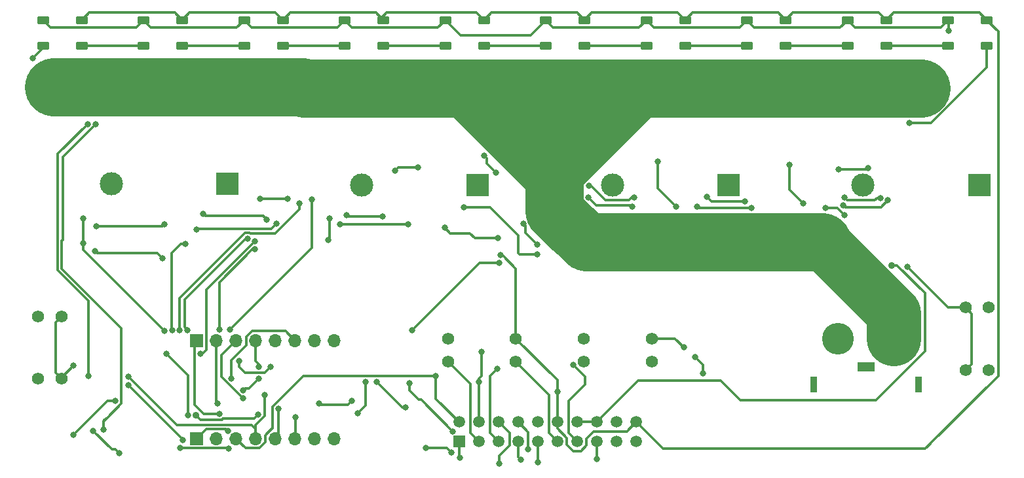
<source format=gbr>
%TF.GenerationSoftware,KiCad,Pcbnew,8.0.3*%
%TF.CreationDate,2025-06-04T14:18:53-07:00*%
%TF.ProjectId,Power_Distribution,506f7765-725f-4446-9973-747269627574,rev?*%
%TF.SameCoordinates,Original*%
%TF.FileFunction,Copper,L2,Bot*%
%TF.FilePolarity,Positive*%
%FSLAX46Y46*%
G04 Gerber Fmt 4.6, Leading zero omitted, Abs format (unit mm)*
G04 Created by KiCad (PCBNEW 8.0.3) date 2025-06-04 14:18:53*
%MOMM*%
%LPD*%
G01*
G04 APERTURE LIST*
G04 Aperture macros list*
%AMRoundRect*
0 Rectangle with rounded corners*
0 $1 Rounding radius*
0 $2 $3 $4 $5 $6 $7 $8 $9 X,Y pos of 4 corners*
0 Add a 4 corners polygon primitive as box body*
4,1,4,$2,$3,$4,$5,$6,$7,$8,$9,$2,$3,0*
0 Add four circle primitives for the rounded corners*
1,1,$1+$1,$2,$3*
1,1,$1+$1,$4,$5*
1,1,$1+$1,$6,$7*
1,1,$1+$1,$8,$9*
0 Add four rect primitives between the rounded corners*
20,1,$1+$1,$2,$3,$4,$5,0*
20,1,$1+$1,$4,$5,$6,$7,0*
20,1,$1+$1,$6,$7,$8,$9,0*
20,1,$1+$1,$8,$9,$2,$3,0*%
G04 Aperture macros list end*
%TA.AperFunction,ComponentPad*%
%ADD10R,0.900000X2.000000*%
%TD*%
%TA.AperFunction,ComponentPad*%
%ADD11RoundRect,1.025000X1.025000X1.025000X-1.025000X1.025000X-1.025000X-1.025000X1.025000X-1.025000X0*%
%TD*%
%TA.AperFunction,ComponentPad*%
%ADD12C,4.100000*%
%TD*%
%TA.AperFunction,ComponentPad*%
%ADD13R,2.300000X1.300000*%
%TD*%
%TA.AperFunction,ComponentPad*%
%ADD14R,3.000000X3.000000*%
%TD*%
%TA.AperFunction,ComponentPad*%
%ADD15C,3.000000*%
%TD*%
%TA.AperFunction,ComponentPad*%
%ADD16R,1.508000X1.508000*%
%TD*%
%TA.AperFunction,ComponentPad*%
%ADD17C,1.508000*%
%TD*%
%TA.AperFunction,ComponentPad*%
%ADD18C,1.574800*%
%TD*%
%TA.AperFunction,ComponentPad*%
%ADD19R,1.700000X1.700000*%
%TD*%
%TA.AperFunction,ComponentPad*%
%ADD20O,1.700000X1.700000*%
%TD*%
%TA.AperFunction,SMDPad,CuDef*%
%ADD21RoundRect,0.250000X0.550000X0.250000X-0.550000X0.250000X-0.550000X-0.250000X0.550000X-0.250000X0*%
%TD*%
%TA.AperFunction,ViaPad*%
%ADD22C,0.800000*%
%TD*%
%TA.AperFunction,ViaPad*%
%ADD23C,0.900000*%
%TD*%
%TA.AperFunction,Conductor*%
%ADD24C,0.304800*%
%TD*%
%TA.AperFunction,Conductor*%
%ADD25C,7.500000*%
%TD*%
%TA.AperFunction,Conductor*%
%ADD26C,7.000000*%
%TD*%
G04 APERTURE END LIST*
D10*
%TO.P,J4,*%
%TO.N,*%
X198520000Y-101380000D03*
X185020000Y-101380000D03*
D11*
%TO.P,J4,1,Pin_1*%
%TO.N,-BATT*%
X195370000Y-95380000D03*
D12*
%TO.P,J4,2,Pin_2*%
%TO.N,+BATT*%
X188170000Y-95380000D03*
D13*
%TO.P,J4,3*%
%TO.N,N/C*%
X191770000Y-99030000D03*
%TD*%
D14*
%TO.P,J6,1,1*%
%TO.N,PWR1*%
X206396000Y-75492000D03*
D15*
%TO.P,J6,2,2*%
%TO.N,-BATT*%
X198896000Y-62992000D03*
%TO.P,J6,3,3*%
%TO.N,PWR2*%
X191396000Y-75492000D03*
%TO.P,J6,4,4*%
%TO.N,-BATT*%
X183896000Y-62992000D03*
%TD*%
D16*
%TO.P,J18,1,1*%
%TO.N,PWM0*%
X139190000Y-108750000D03*
D17*
%TO.P,J18,2,2*%
%TO.N,SCL*%
X139190000Y-106210000D03*
%TO.P,J18,3,3*%
%TO.N,PWM1*%
X141730000Y-108750000D03*
%TO.P,J18,4,4*%
%TO.N,SDA*%
X141730000Y-106210000D03*
%TO.P,J18,5,5*%
%TO.N,PWM2*%
X144270000Y-108750000D03*
%TO.P,J18,6,6*%
%TO.N,toNEO_CTRL_MOOD*%
X144270000Y-106210000D03*
%TO.P,J18,7,7*%
%TO.N,PWM3*%
X146810000Y-108750000D03*
%TO.P,J18,8,8*%
%TO.N,outNEO_CTRL_MOOD*%
X146810000Y-106210000D03*
%TO.P,J18,9,9*%
%TO.N,PWM4*%
X149350000Y-108750000D03*
%TO.P,J18,10,10*%
%TO.N,unconnected-(J18-Pad10)*%
X149350000Y-106210000D03*
%TO.P,J18,11,11*%
%TO.N,PWM5*%
X151890000Y-108750000D03*
%TO.P,J18,12,12*%
%TO.N,GND*%
X151890000Y-106210000D03*
%TO.P,J18,13,13*%
%TO.N,PWM6*%
X154430000Y-108750000D03*
%TO.P,J18,14,14*%
%TO.N,5V*%
X154430000Y-106210000D03*
%TO.P,J18,15,15*%
%TO.N,PWM7*%
X156970000Y-108750000D03*
%TO.P,J18,16,16*%
%TO.N,5V*%
X156970000Y-106210000D03*
%TO.P,J18,17,17*%
%TO.N,unconnected-(J18-Pad17)*%
X159510000Y-108750000D03*
%TO.P,J18,18,18*%
%TO.N,+3.3V*%
X159510000Y-106210000D03*
%TO.P,J18,19,19*%
%TO.N,unconnected-(J18-Pad19)*%
X162050000Y-108750000D03*
%TO.P,J18,20,20*%
%TO.N,GND*%
X162050000Y-106210000D03*
%TD*%
D18*
%TO.P,J15,1,1*%
%TO.N,PWM6*%
X164060000Y-98389999D03*
%TO.P,J15,2,2*%
%TO.N,GND*%
X164060000Y-95390000D03*
%TD*%
%TO.P,J10,1,1*%
%TO.N,PWM0*%
X84800000Y-92550000D03*
%TO.P,J10,2,2*%
%TO.N,GND*%
X87799999Y-92550000D03*
%TD*%
D14*
%TO.P,J2,1,1*%
%TO.N,PWR5*%
X141612000Y-75492000D03*
D15*
%TO.P,J2,2,2*%
%TO.N,-BATT*%
X134112000Y-62992000D03*
%TO.P,J2,3,3*%
%TO.N,PWR6*%
X126612000Y-75492000D03*
%TO.P,J2,4,4*%
%TO.N,-BATT*%
X119112000Y-62992000D03*
%TD*%
D18*
%TO.P,J17,1,1*%
%TO.N,PWM7*%
X207619999Y-91380000D03*
%TO.P,J17,2,2*%
%TO.N,GND*%
X204620000Y-91380000D03*
%TD*%
%TO.P,J16,1,1*%
%TO.N,PWM3*%
X207619999Y-99510000D03*
%TO.P,J16,2,2*%
%TO.N,GND*%
X204620000Y-99510000D03*
%TD*%
D19*
%TO.P,J9,1,Pin_1*%
%TO.N,VIout8Div*%
X105290000Y-95632000D03*
D20*
%TO.P,J9,2,Pin_2*%
%TO.N,VIout7Div*%
X107830000Y-95632000D03*
%TO.P,J9,3,Pin_3*%
%TO.N,VIout6Div*%
X110370000Y-95632000D03*
%TO.P,J9,4,Pin_4*%
%TO.N,VIout5Div*%
X112910000Y-95632000D03*
%TO.P,J9,5,Pin_5*%
%TO.N,VIout4Div*%
X115450000Y-95632000D03*
%TO.P,J9,6,Pin_6*%
%TO.N,VIout3Div*%
X117990000Y-95632000D03*
%TO.P,J9,7,Pin_7*%
%TO.N,VIout2Div*%
X120530000Y-95632000D03*
%TO.P,J9,8,Pin_8*%
%TO.N,VIout1Div*%
X123070000Y-95632000D03*
%TD*%
D18*
%TO.P,J14,1,1*%
%TO.N,PWM2*%
X155284400Y-98399999D03*
%TO.P,J14,2,2*%
%TO.N,GND*%
X155284400Y-95400000D03*
%TD*%
D14*
%TO.P,J1,1,1*%
%TO.N,PWR3*%
X173985600Y-75492000D03*
D15*
%TO.P,J1,2,2*%
%TO.N,-BATT*%
X166485600Y-62992000D03*
%TO.P,J1,3,3*%
%TO.N,PWR4*%
X158985600Y-75492000D03*
%TO.P,J1,4,4*%
%TO.N,-BATT*%
X151485600Y-62992000D03*
%TD*%
D18*
%TO.P,J11,1,1*%
%TO.N,PWM4*%
X84800000Y-100590000D03*
%TO.P,J11,2,2*%
%TO.N,GND*%
X87799999Y-100590000D03*
%TD*%
%TO.P,J13,1,1*%
%TO.N,PWM5*%
X146508800Y-98399999D03*
%TO.P,J13,2,2*%
%TO.N,GND*%
X146508800Y-95400000D03*
%TD*%
%TO.P,J12,1,1*%
%TO.N,PWM1*%
X137733200Y-98399999D03*
%TO.P,J12,2,2*%
%TO.N,GND*%
X137733200Y-95400000D03*
%TD*%
D14*
%TO.P,J7,1,1*%
%TO.N,PWR7*%
X109252400Y-75339600D03*
D15*
%TO.P,J7,2,2*%
%TO.N,-BATT*%
X101752400Y-62839600D03*
%TO.P,J7,3,3*%
%TO.N,PWR8*%
X94252400Y-75339600D03*
%TO.P,J7,4,4*%
%TO.N,-BATT*%
X86752400Y-62839600D03*
%TD*%
D19*
%TO.P,J3,1,Pin_1*%
%TO.N,Net-(J3-Pin_1)*%
X105290000Y-108332000D03*
D20*
%TO.P,J3,2,Pin_2*%
%TO.N,GND*%
X107830000Y-108332000D03*
%TO.P,J3,3,Pin_3*%
%TO.N,SCL*%
X110370000Y-108332000D03*
%TO.P,J3,4,Pin_4*%
%TO.N,SDA*%
X112910000Y-108332000D03*
%TO.P,J3,5,Pin_5*%
%TO.N,REF*%
X115450000Y-108332000D03*
%TO.P,J3,6,Pin_6*%
%TO.N,COM*%
X117990000Y-108332000D03*
%TO.P,J3,7,Pin_7*%
%TO.N,AD0*%
X120530000Y-108332000D03*
%TO.P,J3,8,Pin_8*%
%TO.N,AD1*%
X123070000Y-108332000D03*
%TD*%
D21*
%TO.P,LED8,1,VSS*%
%TO.N,GND*%
X142391112Y-54150000D03*
%TO.P,LED8,2,DIN*%
%TO.N,Net-(LED7-DOUT)*%
X142391112Y-57450000D03*
%TO.P,LED8,3,VDD*%
%TO.N,5V*%
X137391112Y-54150000D03*
%TO.P,LED8,4,DOUT*%
%TO.N,NEO_PASS2*%
X137391112Y-57450000D03*
%TD*%
%TO.P,LED9,1,VSS*%
%TO.N,GND*%
X129394724Y-54150000D03*
%TO.P,LED9,2,DIN*%
%TO.N,NEO_PASS2*%
X129394724Y-57450000D03*
%TO.P,LED9,3,VDD*%
%TO.N,5V*%
X124394724Y-54150000D03*
%TO.P,LED9,4,DOUT*%
%TO.N,Net-(LED10-DIN)*%
X124394724Y-57450000D03*
%TD*%
%TO.P,LED3,1,VSS*%
%TO.N,GND*%
X207373052Y-54150000D03*
%TO.P,LED3,2,DIN*%
%TO.N,Net-(LED2-DOUT)*%
X207373052Y-57450000D03*
%TO.P,LED3,3,VDD*%
%TO.N,5V*%
X202373052Y-54150000D03*
%TO.P,LED3,4,DOUT*%
%TO.N,Net-(LED3-DOUT)*%
X202373052Y-57450000D03*
%TD*%
%TO.P,LED4,1,VSS*%
%TO.N,GND*%
X194376664Y-54150000D03*
%TO.P,LED4,2,DIN*%
%TO.N,Net-(LED3-DOUT)*%
X194376664Y-57450000D03*
%TO.P,LED4,3,VDD*%
%TO.N,5V*%
X189376664Y-54150000D03*
%TO.P,LED4,4,DOUT*%
%TO.N,NEO_PASS1*%
X189376664Y-57450000D03*
%TD*%
%TO.P,LED6,1,VSS*%
%TO.N,GND*%
X168383888Y-54150000D03*
%TO.P,LED6,2,DIN*%
%TO.N,Net-(LED5-DOUT)*%
X168383888Y-57450000D03*
%TO.P,LED6,3,VDD*%
%TO.N,5V*%
X163383888Y-54150000D03*
%TO.P,LED6,4,DOUT*%
%TO.N,Net-(LED6-DOUT)*%
X163383888Y-57450000D03*
%TD*%
%TO.P,LED5,1,VSS*%
%TO.N,GND*%
X181380276Y-54150000D03*
%TO.P,LED5,2,DIN*%
%TO.N,NEO_PASS1*%
X181380276Y-57450000D03*
%TO.P,LED5,3,VDD*%
%TO.N,5V*%
X176380276Y-54150000D03*
%TO.P,LED5,4,DOUT*%
%TO.N,Net-(LED5-DOUT)*%
X176380276Y-57450000D03*
%TD*%
%TO.P,LED11,1,VSS*%
%TO.N,GND*%
X103401948Y-54150000D03*
%TO.P,LED11,2,DIN*%
%TO.N,Net-(LED10-DOUT)*%
X103401948Y-57450000D03*
%TO.P,LED11,3,VDD*%
%TO.N,5V*%
X98401948Y-54150000D03*
%TO.P,LED11,4,DOUT*%
%TO.N,Net-(LED11-DOUT)*%
X98401948Y-57450000D03*
%TD*%
%TO.P,LED12,1,VSS*%
%TO.N,GND*%
X90405552Y-54150000D03*
%TO.P,LED12,2,DIN*%
%TO.N,Net-(LED11-DOUT)*%
X90405552Y-57450000D03*
%TO.P,LED12,3,VDD*%
%TO.N,5V*%
X85405552Y-54150000D03*
%TO.P,LED12,4,DOUT*%
%TO.N,outNEO_CTRL_MOOD*%
X85405552Y-57450000D03*
%TD*%
%TO.P,LED10,1,VSS*%
%TO.N,GND*%
X116398336Y-54150000D03*
%TO.P,LED10,2,DIN*%
%TO.N,Net-(LED10-DIN)*%
X116398336Y-57450000D03*
%TO.P,LED10,3,VDD*%
%TO.N,5V*%
X111398336Y-54150000D03*
%TO.P,LED10,4,DOUT*%
%TO.N,Net-(LED10-DOUT)*%
X111398336Y-57450000D03*
%TD*%
%TO.P,LED7,1,VSS*%
%TO.N,GND*%
X155387500Y-54150000D03*
%TO.P,LED7,2,DIN*%
%TO.N,Net-(LED6-DOUT)*%
X155387500Y-57450000D03*
%TO.P,LED7,3,VDD*%
%TO.N,5V*%
X150387500Y-54150000D03*
%TO.P,LED7,4,DOUT*%
%TO.N,Net-(LED7-DOUT)*%
X150387500Y-57450000D03*
%TD*%
D22*
%TO.N,GND*%
X169672000Y-97790000D03*
%TO.N,Net-(LED2-DOUT)*%
X93218000Y-107188000D03*
%TO.N,VIout8*%
X90594000Y-83058000D03*
%TO.N,GND*%
X197104000Y-86106000D03*
%TO.N,5V*%
X149248000Y-84521188D03*
%TO.N,VIout6*%
X122269010Y-82650398D03*
%TO.N,GND*%
X115570000Y-80518000D03*
%TO.N,VIout8Div*%
X108204000Y-105156000D03*
%TO.N,VIout4*%
X142420000Y-71734400D03*
%TO.N,VIout3*%
X112802043Y-83856538D03*
%TO.N,VIout5*%
X111822541Y-82457594D03*
%TO.N,VIout1Div*%
X110744000Y-98298000D03*
%TO.N,GND*%
X168230000Y-96520000D03*
X132588000Y-80619600D03*
X188804070Y-78145490D03*
X105218600Y-81276111D03*
X104143470Y-105305012D03*
X155873740Y-77121997D03*
X176977200Y-78497200D03*
X123802800Y-80578167D03*
X161515600Y-78296545D03*
X151890000Y-102280000D03*
X101070500Y-80568800D03*
X144510401Y-84557258D03*
X94780000Y-103480000D03*
X89360000Y-98900000D03*
X169954400Y-78328190D03*
X170720000Y-99917300D03*
X92334823Y-80830000D03*
X101356800Y-97372912D03*
X144160000Y-82390000D03*
X194606842Y-77481444D03*
X89300000Y-107880000D03*
X137305515Y-81039872D03*
%TO.N,5V*%
X138362100Y-107400567D03*
X114339633Y-80014633D03*
X129275000Y-79600000D03*
X95295964Y-110268000D03*
X161820000Y-77110000D03*
X91911132Y-107321132D03*
X106066146Y-79271341D03*
X188990365Y-77122626D03*
X193650000Y-77180000D03*
X139780000Y-78360000D03*
D23*
X195047404Y-85903266D03*
D22*
X155984400Y-75570034D03*
X171206565Y-77014831D03*
X202450000Y-55560000D03*
X92170000Y-84100000D03*
X132740000Y-101150000D03*
X100881000Y-85039200D03*
X124660000Y-79440000D03*
X176120000Y-77610000D03*
%TO.N,VIout1*%
X133110000Y-94310000D03*
X192010000Y-73360000D03*
X144360000Y-85560000D03*
X188210000Y-73460000D03*
%TO.N,VIout2*%
X186520000Y-78490000D03*
X120157362Y-77360464D03*
X183670000Y-77930000D03*
X133900000Y-73245600D03*
X181845027Y-72910896D03*
X130930000Y-73650400D03*
X189010000Y-79420000D03*
X109560000Y-94250000D03*
%TO.N,VIout3*%
X108190627Y-94227558D03*
X167250000Y-78350000D03*
X164820000Y-72434400D03*
%TO.N,VIout4*%
X147463873Y-80504331D03*
X105719818Y-97327406D03*
X112750000Y-82840000D03*
X143979431Y-73932400D03*
X149255905Y-83244957D03*
%TO.N,VIout5*%
X117017133Y-77337133D03*
X113430000Y-77310000D03*
X104087072Y-94282302D03*
%TO.N,VIout6*%
X103084871Y-94327124D03*
X118540262Y-77925262D03*
X122400000Y-79825000D03*
%TO.N,VIout7*%
X103772400Y-83108800D03*
X102081700Y-94335124D03*
%TO.N,VIout8*%
X90600000Y-79800000D03*
X101080000Y-94390000D03*
%TO.N,SDA*%
X114086672Y-102675600D03*
X96480000Y-100340000D03*
X141730000Y-101020000D03*
X142080000Y-97080000D03*
%TO.N,COM*%
X118040000Y-105550000D03*
%TO.N,SCL*%
X96460000Y-101450000D03*
X136168312Y-100238800D03*
X103490000Y-108550000D03*
%TO.N,REF*%
X115845600Y-104513697D03*
%TO.N,PWM0*%
X139302040Y-110860400D03*
%TO.N,PWM4*%
X149390000Y-111440000D03*
%TO.N,PWM2*%
X144141043Y-99288999D03*
%TO.N,PWM6*%
X153942684Y-98794420D03*
%TO.N,PWM3*%
X147175586Y-111077895D03*
%TO.N,PWM7*%
X156980000Y-110990000D03*
%TO.N,+3.3V*%
X121125000Y-103825000D03*
D23*
X105196568Y-105319860D03*
D22*
X113193017Y-105235075D03*
X132260000Y-104325600D03*
X128500000Y-101020000D03*
X125311800Y-103431704D03*
%TO.N,Net-(J3-Pin_1)*%
X127080000Y-101020000D03*
X126040000Y-105090000D03*
X109275223Y-107368800D03*
%TO.N,VIout5Div*%
X113284000Y-100584000D03*
X111278290Y-102081710D03*
X113284000Y-99060000D03*
%TO.N,Net-(LED2-DOUT)*%
X197333052Y-67490000D03*
X92220000Y-67650000D03*
%TO.N,VIout7Div*%
X107968302Y-103766000D03*
%TO.N,VIout6Div*%
X111252000Y-103124000D03*
%TO.N,VIout1Div*%
X114808000Y-99060000D03*
%TO.N,VIout3Div*%
X109762890Y-100566310D03*
%TO.N,outNEO_CTRL_MOOD*%
X91240000Y-100250000D03*
X109435287Y-109647819D03*
X91192473Y-67608947D03*
X103120000Y-109530000D03*
X134924400Y-109534400D03*
X148110000Y-109720000D03*
X138210000Y-110180000D03*
X84080000Y-59070000D03*
%TO.N,toNEO_CTRL_MOOD*%
X144357360Y-111577815D03*
%TD*%
D24*
%TO.N,Net-(J3-Pin_1)*%
X109275223Y-107368800D02*
X109036023Y-107129600D01*
X109036023Y-107129600D02*
X106492400Y-107129600D01*
X106492400Y-107129600D02*
X105290000Y-108332000D01*
%TO.N,VIout2*%
X120157362Y-83652638D02*
X120157362Y-77360464D01*
X109560000Y-94250000D02*
X120157362Y-83652638D01*
%TO.N,SCL*%
X115093200Y-104202042D02*
X119056442Y-100238800D01*
X119056442Y-100238800D02*
X136168312Y-100238800D01*
%TO.N,+3.3V*%
X112675692Y-105752400D02*
X113193017Y-105235075D01*
X108676180Y-105752400D02*
X112675692Y-105752400D01*
X105788308Y-105911600D02*
X108516980Y-105911600D01*
X105196568Y-105319860D02*
X105788308Y-105911600D01*
%TO.N,SDA*%
X114086672Y-105410000D02*
X114086672Y-102675600D01*
%TO.N,+3.3V*%
X108516980Y-105911600D02*
X108676180Y-105752400D01*
%TO.N,SDA*%
X112910000Y-108332000D02*
X112910000Y-106586672D01*
X112910000Y-106586672D02*
X114086672Y-105410000D01*
%TO.N,SCL*%
X113408051Y-109534400D02*
X114112400Y-108830051D01*
X115093200Y-106934000D02*
X115093200Y-104202042D01*
X114112400Y-108830051D02*
X114112400Y-107914800D01*
X114112400Y-107914800D02*
X115093200Y-106934000D01*
X115093200Y-106988349D02*
X114112400Y-107969149D01*
X113408051Y-109534400D02*
X111572400Y-109534400D01*
X111572400Y-109534400D02*
X110370000Y-108332000D01*
X115093200Y-104202042D02*
X115093200Y-106988349D01*
%TO.N,GND*%
X170123410Y-78497200D02*
X169954400Y-78328190D01*
X176977200Y-78497200D02*
X170123410Y-78497200D01*
X189038580Y-78380000D02*
X188804070Y-78145490D01*
X193708286Y-78380000D02*
X189038580Y-78380000D01*
%TO.N,VIout2*%
X189010000Y-79420000D02*
X188080000Y-78490000D01*
%TO.N,GND*%
X194606842Y-77481444D02*
X193708286Y-78380000D01*
%TO.N,VIout2*%
X188080000Y-78490000D02*
X186520000Y-78490000D01*
%TO.N,GND*%
X170720000Y-99917300D02*
X170720000Y-98838000D01*
X170720000Y-98838000D02*
X169672000Y-97790000D01*
%TO.N,Net-(LED2-DOUT)*%
X93695290Y-105633290D02*
X93218000Y-106110580D01*
X93695290Y-105633290D02*
X95555200Y-103773380D01*
X93376280Y-105952300D02*
X93695290Y-105633290D01*
X93218000Y-106110580D02*
X93218000Y-107188000D01*
%TO.N,VIout8*%
X90594000Y-83058000D02*
X90594000Y-81035200D01*
X90594000Y-83904000D02*
X90594000Y-83058000D01*
X101080000Y-94390000D02*
X90594000Y-83904000D01*
X90594000Y-81035200D02*
X90600000Y-81029200D01*
%TO.N,VIout4*%
X149255905Y-83244957D02*
X147750000Y-81739052D01*
D25*
%TO.N,-BATT*%
X151520540Y-78925152D02*
X154070585Y-81475197D01*
X151485600Y-78752908D02*
X151520540Y-78787848D01*
D24*
%TO.N,GND*%
X156905743Y-78154000D02*
X155873740Y-77121997D01*
%TO.N,VIout4*%
X147750000Y-80790458D02*
X147463873Y-80504331D01*
D25*
%TO.N,-BATT*%
X154070585Y-81475197D02*
X154207889Y-81475197D01*
X151520540Y-78787848D02*
X151520540Y-78925152D01*
D24*
%TO.N,GND*%
X161373055Y-78154000D02*
X156905743Y-78154000D01*
D25*
%TO.N,-BATT*%
X151485600Y-75284536D02*
X151485600Y-78752908D01*
D24*
%TO.N,GND*%
X161515600Y-78296545D02*
X161373055Y-78154000D01*
D25*
%TO.N,-BATT*%
X155612692Y-82880000D02*
X186102436Y-82880000D01*
D24*
%TO.N,VIout4*%
X147750000Y-81739052D02*
X147750000Y-80790458D01*
D25*
%TO.N,-BATT*%
X154207889Y-81475197D02*
X155612692Y-82880000D01*
D24*
%TO.N,GND*%
X202378000Y-91380000D02*
X204620000Y-91380000D01*
X197104000Y-86106000D02*
X202378000Y-91380000D01*
%TO.N,5V*%
X146812000Y-84328000D02*
X147005188Y-84521188D01*
X147005188Y-84521188D02*
X149248000Y-84521188D01*
X143163209Y-78360000D02*
X146812000Y-82008791D01*
X146812000Y-82008791D02*
X146812000Y-84328000D01*
%TO.N,VIout6*%
X122400000Y-79825000D02*
X122400000Y-82519408D01*
X122400000Y-82519408D02*
X122269010Y-82650398D01*
X115377377Y-81779203D02*
X118540262Y-78616318D01*
X112135521Y-81701994D02*
X112212730Y-81779203D01*
X112212730Y-81779203D02*
X115377377Y-81779203D01*
X111509561Y-81701994D02*
X112135521Y-81701994D01*
X118540262Y-78616318D02*
X118540262Y-77925262D01*
X103084871Y-90126684D02*
X111509561Y-81701994D01*
%TO.N,GND*%
X114865200Y-81222800D02*
X115570000Y-80518000D01*
%TO.N,VIout6*%
X103084871Y-94327124D02*
X103084871Y-90126684D01*
%TO.N,GND*%
X112390322Y-81222800D02*
X114865200Y-81222800D01*
%TO.N,outNEO_CTRL_MOOD*%
X87310800Y-86548592D02*
X87310800Y-71490620D01*
X91240000Y-90477792D02*
X87310800Y-86548592D01*
%TO.N,Net-(LED2-DOUT)*%
X87965200Y-82595420D02*
X87965200Y-71904800D01*
X95555200Y-103773380D02*
X95555200Y-94079096D01*
%TO.N,outNEO_CTRL_MOOD*%
X87310800Y-71490620D02*
X91192473Y-67608947D01*
X91240000Y-100250000D02*
X91240000Y-90477792D01*
%TO.N,Net-(LED2-DOUT)*%
X87815600Y-86339496D02*
X87815600Y-82745020D01*
X87965200Y-71904800D02*
X92220000Y-67650000D01*
X93279964Y-105952300D02*
X93376280Y-105952300D01*
X95555200Y-94079096D02*
X87815600Y-86339496D01*
X87815600Y-82745020D02*
X87965200Y-82595420D01*
%TO.N,5V*%
X91911132Y-107321132D02*
X94330000Y-109740000D01*
X94767964Y-109740000D02*
X95295964Y-110268000D01*
X94330000Y-109740000D02*
X94767964Y-109740000D01*
%TO.N,GND*%
X104184026Y-105264456D02*
X104143470Y-105305012D01*
%TO.N,VIout8Div*%
X108204000Y-105156000D02*
X106172000Y-105156000D01*
%TO.N,GND*%
X104184026Y-100200138D02*
X104184026Y-105264456D01*
X101356800Y-97372912D02*
X104184026Y-100200138D01*
%TO.N,VIout8Div*%
X106172000Y-105156000D02*
X104964218Y-103948218D01*
X104964218Y-103948218D02*
X104964218Y-95957782D01*
%TO.N,VIout3*%
X112447358Y-83856538D02*
X112802043Y-83856538D01*
%TO.N,GND*%
X112376719Y-81209197D02*
X112390322Y-81222800D01*
X112356619Y-81209197D02*
X112376719Y-81209197D01*
X105297517Y-81197194D02*
X112344617Y-81197194D01*
X105218600Y-81276111D02*
X105297517Y-81197194D01*
%TO.N,VIout5*%
X111608092Y-82457594D02*
X111822541Y-82457594D01*
%TO.N,GND*%
X112344617Y-81197194D02*
X112356619Y-81209197D01*
%TO.N,VIout5*%
X103740000Y-93935230D02*
X103740000Y-90325686D01*
%TO.N,VIout4*%
X106492400Y-96834400D02*
X106492400Y-89097600D01*
%TO.N,VIout2*%
X133900000Y-73245600D02*
X131334800Y-73245600D01*
%TO.N,VIout3*%
X164820000Y-75920000D02*
X164820000Y-72434400D01*
%TO.N,VIout2*%
X181850000Y-76110000D02*
X181850000Y-72915869D01*
X183670000Y-77930000D02*
X181850000Y-76110000D01*
X131334800Y-73245600D02*
X130930000Y-73650400D01*
%TO.N,VIout4*%
X142420000Y-71734400D02*
X142740000Y-72054400D01*
X112750000Y-82840000D02*
X106492400Y-89097600D01*
X142740000Y-72054400D02*
X142740000Y-72692969D01*
%TO.N,5V*%
X113850000Y-79525000D02*
X114339633Y-80014633D01*
%TO.N,VIout4*%
X142740000Y-72692969D02*
X143979431Y-73932400D01*
%TO.N,VIout3*%
X108190627Y-94227558D02*
X108190627Y-88113269D01*
X108190627Y-88113269D02*
X112447358Y-83856538D01*
%TO.N,VIout5*%
X113430000Y-77310000D02*
X116300000Y-77310000D01*
X116300000Y-77310000D02*
X116327133Y-77337133D01*
%TO.N,VIout4*%
X105999394Y-97327406D02*
X105719818Y-97327406D01*
%TO.N,VIout5*%
X116327133Y-77337133D02*
X117017133Y-77337133D01*
%TO.N,VIout3*%
X167250000Y-78350000D02*
X164820000Y-75920000D01*
%TO.N,5V*%
X106066146Y-79271341D02*
X106319805Y-79525000D01*
X106319805Y-79525000D02*
X113850000Y-79525000D01*
%TO.N,VIout2*%
X181850000Y-72915869D02*
X181845027Y-72910896D01*
%TO.N,VIout4*%
X106492400Y-96834400D02*
X105999394Y-97327406D01*
%TO.N,VIout3Div*%
X109762890Y-98210530D02*
X109762890Y-100566310D01*
X111707600Y-95133949D02*
X111707600Y-96265820D01*
X112411949Y-94429600D02*
X111707600Y-95133949D01*
X116787600Y-94429600D02*
X112411949Y-94429600D01*
X117990000Y-95632000D02*
X116787600Y-94429600D01*
%TO.N,VIout6Div*%
X108473102Y-100345102D02*
X108473102Y-97528898D01*
%TO.N,VIout5Div*%
X111506000Y-101854000D02*
X111278290Y-102081710D01*
%TO.N,VIout6Div*%
X111252000Y-103124000D02*
X108473102Y-100345102D01*
%TO.N,VIout5Div*%
X112014000Y-101854000D02*
X111506000Y-101854000D01*
%TO.N,VIout3Div*%
X111707600Y-96265820D02*
X109762890Y-98210530D01*
%TO.N,VIout5Div*%
X113284000Y-100584000D02*
X112014000Y-101854000D01*
%TO.N,VIout6Div*%
X108473102Y-97528898D02*
X110370000Y-95632000D01*
%TO.N,VIout7Div*%
X107968302Y-103766000D02*
X107830000Y-103627698D01*
X107830000Y-103627698D02*
X107830000Y-95632000D01*
%TO.N,VIout1Div*%
X114049200Y-99818800D02*
X111506000Y-99818800D01*
X110744000Y-98298000D02*
X110744000Y-99056800D01*
X110744000Y-99056800D02*
X111506000Y-99818800D01*
X114808000Y-99060000D02*
X114049200Y-99818800D01*
%TO.N,GND*%
X153098000Y-109148000D02*
X153098000Y-108249630D01*
X155638000Y-108373630D02*
X155638000Y-109250370D01*
X193422664Y-53196000D02*
X182334276Y-53196000D01*
X169337888Y-53196000D02*
X168383888Y-54150000D01*
X103401948Y-54150000D02*
X102447948Y-53196000D01*
X160842000Y-107418000D02*
X156593630Y-107418000D01*
X146508800Y-95400000D02*
X146508800Y-86346536D01*
X87012600Y-93337399D02*
X87012600Y-99802601D01*
X151890000Y-100781200D02*
X151890000Y-106210000D01*
X101070500Y-80568800D02*
X100809300Y-80830000D01*
X142391112Y-54150000D02*
X141437112Y-53196000D01*
X195330664Y-53196000D02*
X206419052Y-53196000D01*
X194376664Y-54150000D02*
X193422664Y-53196000D01*
X132588000Y-80619600D02*
X123844233Y-80619600D01*
X208880000Y-100220000D02*
X208880000Y-55656948D01*
X102447948Y-53196000D02*
X91359552Y-53196000D01*
X143345112Y-53196000D02*
X142391112Y-54150000D01*
X154433500Y-53196000D02*
X143345112Y-53196000D01*
X205407399Y-92167399D02*
X205407399Y-98722601D01*
X200286000Y-108814000D02*
X208880000Y-100220000D01*
X141437112Y-53196000D02*
X129794000Y-53196000D01*
X117352336Y-53196000D02*
X116398336Y-54150000D01*
X151890000Y-107041630D02*
X151890000Y-106210000D01*
X129794000Y-53196000D02*
X128840000Y-54150000D01*
X100809300Y-80830000D02*
X92334823Y-80830000D01*
X180426276Y-53196000D02*
X169337888Y-53196000D01*
X167100000Y-95390000D02*
X164060000Y-95390000D01*
X153098000Y-108249630D02*
X151890000Y-107041630D01*
X204620000Y-91380000D02*
X205407399Y-92167399D01*
X168383888Y-54150000D02*
X167429888Y-53196000D01*
X208880000Y-55656948D02*
X207373052Y-54150000D01*
X123844233Y-80619600D02*
X123802800Y-80578167D01*
X144655943Y-84702800D02*
X144510401Y-84557258D01*
X140580000Y-81750000D02*
X138015643Y-81750000D01*
X200286000Y-108814000D02*
X199631800Y-109468200D01*
X155387500Y-54150000D02*
X154433500Y-53196000D01*
X162050000Y-106210000D02*
X165500700Y-109660700D01*
X128440724Y-53196000D02*
X117352336Y-53196000D01*
X87799999Y-92550000D02*
X87012600Y-93337399D01*
X138015643Y-81750000D02*
X137305515Y-81039872D01*
X168230000Y-96520000D02*
X167100000Y-95390000D01*
X93700000Y-103480000D02*
X94780000Y-103480000D01*
X129394724Y-54150000D02*
X128440724Y-53196000D01*
X194376664Y-54150000D02*
X195330664Y-53196000D01*
X165500700Y-109660700D02*
X199439300Y-109660700D01*
X144865064Y-84702800D02*
X144655943Y-84702800D01*
X104355948Y-53196000D02*
X103401948Y-54150000D01*
X156593630Y-107418000D02*
X155638000Y-108373630D01*
X115444336Y-53196000D02*
X104355948Y-53196000D01*
X167429888Y-53196000D02*
X156341500Y-53196000D01*
X89300000Y-107880000D02*
X93700000Y-103480000D01*
X146508800Y-86346536D02*
X144865064Y-84702800D01*
X154930370Y-109958000D02*
X153908000Y-109958000D01*
X87799999Y-100460001D02*
X89360000Y-98900000D01*
X199439300Y-109660700D02*
X208880000Y-100220000D01*
X87012600Y-99802601D02*
X87799999Y-100590000D01*
X181380276Y-54150000D02*
X180426276Y-53196000D01*
X206419052Y-53196000D02*
X207373052Y-54150000D01*
X91359552Y-53196000D02*
X90405552Y-54150000D01*
X182334276Y-53196000D02*
X181380276Y-54150000D01*
X155638000Y-109250370D02*
X154930370Y-109958000D01*
X144160000Y-82390000D02*
X141220000Y-82390000D01*
X205407399Y-98722601D02*
X204620000Y-99510000D01*
X153908000Y-109958000D02*
X153098000Y-109148000D01*
X162050000Y-106210000D02*
X160842000Y-107418000D01*
X116398336Y-54150000D02*
X115444336Y-53196000D01*
X141220000Y-82390000D02*
X140580000Y-81750000D01*
X146508800Y-95400000D02*
X151890000Y-100781200D01*
X156341500Y-53196000D02*
X155387500Y-54150000D01*
%TO.N,5V*%
X139780000Y-78360000D02*
X143163209Y-78360000D01*
X133920000Y-103290000D02*
X134251533Y-103290000D01*
X172974000Y-100838000D02*
X175514000Y-103378000D01*
X162429888Y-55104000D02*
X151341500Y-55104000D01*
X189376664Y-54150000D02*
X188422664Y-55104000D01*
X92420000Y-84350000D02*
X100191800Y-84350000D01*
X177334276Y-55104000D02*
X176380276Y-54150000D01*
X199390000Y-89533260D02*
X195760006Y-85903266D01*
X193053603Y-103378000D02*
X199390000Y-97041603D01*
X100191800Y-84350000D02*
X100881000Y-85039200D01*
X92170000Y-84100000D02*
X92420000Y-84350000D01*
X193180000Y-77180000D02*
X192914000Y-77446000D01*
X161461197Y-77110000D02*
X161125197Y-77446000D01*
X156240034Y-75570034D02*
X155984400Y-75570034D01*
X162342000Y-100838000D02*
X172974000Y-100838000D01*
X86359552Y-55104000D02*
X85405552Y-54150000D01*
X158116000Y-77446000D02*
X156240034Y-75570034D01*
X176120000Y-77610000D02*
X171801734Y-77610000D01*
X189313739Y-77446000D02*
X188990365Y-77122626D01*
X192914000Y-77446000D02*
X189313739Y-77446000D01*
X201419052Y-55104000D02*
X190330664Y-55104000D01*
X190330664Y-55104000D02*
X189376664Y-54150000D01*
X98401948Y-54150000D02*
X97447948Y-55104000D01*
X111398336Y-54150000D02*
X110444336Y-55104000D01*
X202373052Y-54150000D02*
X201419052Y-55104000D01*
X125348724Y-55104000D02*
X124394724Y-54150000D01*
X97447948Y-55104000D02*
X86359552Y-55104000D01*
X129275000Y-79600000D02*
X124820000Y-79600000D01*
X195760006Y-85903266D02*
X195047404Y-85903266D01*
X112352336Y-55104000D02*
X111398336Y-54150000D01*
X148390300Y-56147200D02*
X139388312Y-56147200D01*
X124820000Y-79600000D02*
X124660000Y-79440000D01*
X188422664Y-55104000D02*
X177334276Y-55104000D01*
X150387500Y-54150000D02*
X148390300Y-56147200D01*
X124394724Y-54150000D02*
X123440724Y-55104000D01*
X164337888Y-55104000D02*
X163383888Y-54150000D01*
X163383888Y-54150000D02*
X162429888Y-55104000D01*
X199390000Y-97041603D02*
X199390000Y-89533260D01*
X136437112Y-55104000D02*
X125348724Y-55104000D01*
X154430000Y-106210000D02*
X156970000Y-106210000D01*
X139388312Y-56147200D02*
X137391112Y-54150000D01*
X132740000Y-102110000D02*
X133920000Y-103290000D01*
X99355948Y-55104000D02*
X98401948Y-54150000D01*
X156970000Y-106210000D02*
X162342000Y-100838000D01*
X171801734Y-77610000D02*
X171206565Y-77014831D01*
X161820000Y-77110000D02*
X161461197Y-77110000D01*
X123440724Y-55104000D02*
X112352336Y-55104000D01*
X176380276Y-54150000D02*
X175426276Y-55104000D01*
X134251533Y-103290000D02*
X138362100Y-107400567D01*
X151341500Y-55104000D02*
X150387500Y-54150000D01*
X193650000Y-77180000D02*
X193180000Y-77180000D01*
X137391112Y-54150000D02*
X136437112Y-55104000D01*
X132740000Y-101150000D02*
X132740000Y-102110000D01*
X110444336Y-55104000D02*
X99355948Y-55104000D01*
X202450000Y-55560000D02*
X202450000Y-54226948D01*
X175514000Y-103378000D02*
X193053603Y-103378000D01*
X161125197Y-77446000D02*
X158116000Y-77446000D01*
X175426276Y-55104000D02*
X164337888Y-55104000D01*
%TO.N,VIout1*%
X141860000Y-85560000D02*
X144360000Y-85560000D01*
X188210000Y-73460000D02*
X191910000Y-73460000D01*
X133110000Y-94310000D02*
X141860000Y-85560000D01*
X191910000Y-73460000D02*
X192010000Y-73360000D01*
%TO.N,VIout5*%
X103740000Y-90325686D02*
X111608092Y-82457594D01*
X104087072Y-94282302D02*
X103740000Y-93935230D01*
%TO.N,VIout7*%
X102011900Y-94265324D02*
X102081700Y-94335124D01*
X102011900Y-84319300D02*
X102011900Y-94265324D01*
X103222400Y-83108800D02*
X102011900Y-84319300D01*
X103772400Y-83108800D02*
X103222400Y-83108800D01*
%TO.N,VIout8*%
X90600000Y-79800000D02*
X90600000Y-81029200D01*
D25*
%TO.N,-BATT*%
X151485600Y-74465600D02*
X151485600Y-75284536D01*
D26*
X195370000Y-95380000D02*
X195370000Y-92147564D01*
D25*
X151485600Y-73152000D02*
X151216000Y-73421600D01*
X119112000Y-62992000D02*
X140012000Y-62992000D01*
X162406079Y-62992000D02*
X183896000Y-62992000D01*
X183896000Y-62992000D02*
X166485600Y-62992000D01*
X166485600Y-62992000D02*
X151485600Y-62992000D01*
X134112000Y-62992000D02*
X141325600Y-62992000D01*
D26*
X195370000Y-92147564D02*
X186102436Y-82880000D01*
D25*
X151485600Y-75284536D02*
X151485600Y-73912479D01*
X118959600Y-62839600D02*
X119112000Y-62992000D01*
X198896000Y-62992000D02*
X183896000Y-62992000D01*
X119112000Y-62992000D02*
X134112000Y-62992000D01*
X134112000Y-62992000D02*
X151485600Y-62992000D01*
X151485600Y-62992000D02*
X151485600Y-73152000D01*
X101752400Y-62839600D02*
X118959600Y-62839600D01*
X166485600Y-62992000D02*
X161645600Y-62992000D01*
X161645600Y-62992000D02*
X151485600Y-73152000D01*
X140012000Y-62992000D02*
X151485600Y-74465600D01*
X141325600Y-62992000D02*
X151485600Y-73152000D01*
X86752400Y-62839600D02*
X101752400Y-62839600D01*
X151485600Y-73912479D02*
X162406079Y-62992000D01*
D24*
%TO.N,SDA*%
X112910000Y-107129919D02*
X112910000Y-108332000D01*
X142080000Y-100253003D02*
X142080000Y-97080000D01*
X141730000Y-100603003D02*
X142080000Y-100253003D01*
X96480000Y-100340000D02*
X102753200Y-106613200D01*
X141730000Y-106210000D02*
X141730000Y-101020000D01*
X102753200Y-106613200D02*
X112393281Y-106613200D01*
X141730000Y-101020000D02*
X141730000Y-100603003D01*
X112393281Y-106613200D02*
X112910000Y-107129919D01*
%TO.N,COM*%
X118040000Y-105550000D02*
X118040000Y-108282000D01*
%TO.N,SCL*%
X96460000Y-101450000D02*
X103490000Y-108480000D01*
X136168312Y-103188312D02*
X136168312Y-100238800D01*
X139190000Y-106210000D02*
X136168312Y-103188312D01*
X103490000Y-108480000D02*
X103490000Y-108550000D01*
%TO.N,REF*%
X115845600Y-107936400D02*
X115845600Y-104513697D01*
%TO.N,PWM0*%
X139190000Y-110748360D02*
X139302040Y-110860400D01*
X139190000Y-108750000D02*
X139190000Y-110748360D01*
%TO.N,PWM4*%
X149390000Y-111440000D02*
X149390000Y-108790000D01*
%TO.N,PWM1*%
X140623600Y-101290399D02*
X140623600Y-107643600D01*
X137733200Y-98399999D02*
X140623600Y-101290399D01*
X140623600Y-107643600D02*
X141730000Y-108750000D01*
%TO.N,PWM5*%
X150783600Y-102674799D02*
X150783600Y-107643600D01*
X146508800Y-98399999D02*
X150783600Y-102674799D01*
X150783600Y-107643600D02*
X151890000Y-108750000D01*
%TO.N,PWM2*%
X144270000Y-108750000D02*
X143163600Y-107643600D01*
X143163600Y-107643600D02*
X143163600Y-100266442D01*
X143163600Y-100266442D02*
X144141043Y-99288999D01*
%TO.N,PWM6*%
X155465600Y-101302980D02*
X155465600Y-100317336D01*
X153323600Y-107617650D02*
X153323600Y-103444980D01*
X154430000Y-108724050D02*
X153323600Y-107617650D01*
X153323600Y-103444980D02*
X155465600Y-101302980D01*
X155465600Y-100317336D02*
X153942684Y-98794420D01*
%TO.N,PWM3*%
X146810000Y-108750000D02*
X146810000Y-110712309D01*
X146810000Y-110712309D02*
X147175586Y-111077895D01*
%TO.N,PWM7*%
X156980000Y-110990000D02*
X156980000Y-108760000D01*
%TO.N,+3.3V*%
X131805600Y-104325600D02*
X132260000Y-104325600D01*
X124790904Y-103952600D02*
X125311800Y-103431704D01*
X121252600Y-103952600D02*
X124790904Y-103952600D01*
X121125000Y-103825000D02*
X121252600Y-103952600D01*
X128500000Y-101020000D02*
X131805600Y-104325600D01*
%TO.N,Net-(J3-Pin_1)*%
X126040000Y-105090000D02*
X127080000Y-104050000D01*
X127080000Y-104050000D02*
X127080000Y-101020000D01*
%TO.N,VIout5Div*%
X113284000Y-98705975D02*
X112910000Y-98331975D01*
X113284000Y-99060000D02*
X113284000Y-98705975D01*
X112910000Y-98331975D02*
X112910000Y-95632000D01*
%TO.N,Net-(LED2-DOUT)*%
X207373052Y-60316618D02*
X200199670Y-67490000D01*
X200199670Y-67490000D02*
X197333052Y-67490000D01*
X207373052Y-57450000D02*
X207373052Y-60316618D01*
%TO.N,Net-(LED3-DOUT)*%
X202373052Y-57450000D02*
X194376664Y-57450000D01*
%TO.N,NEO_PASS1*%
X189376664Y-57450000D02*
X181380276Y-57450000D01*
%TO.N,Net-(LED5-DOUT)*%
X176380276Y-57450000D02*
X168383888Y-57450000D01*
%TO.N,Net-(LED6-DOUT)*%
X163383888Y-57450000D02*
X155387500Y-57450000D01*
%TO.N,Net-(LED7-DOUT)*%
X150387500Y-57450000D02*
X142391112Y-57450000D01*
%TO.N,NEO_PASS2*%
X137391112Y-57450000D02*
X129394724Y-57450000D01*
%TO.N,Net-(LED10-DIN)*%
X124394724Y-57450000D02*
X116398336Y-57450000D01*
%TO.N,Net-(LED10-DOUT)*%
X111398336Y-57450000D02*
X103401948Y-57450000D01*
%TO.N,Net-(LED11-DOUT)*%
X98401948Y-57450000D02*
X90405552Y-57450000D01*
%TO.N,outNEO_CTRL_MOOD*%
X137564400Y-109534400D02*
X138210000Y-110180000D01*
X148110000Y-107510000D02*
X146810000Y-106210000D01*
X148110000Y-109720000D02*
X148110000Y-107510000D01*
X103124400Y-109534400D02*
X109321868Y-109534400D01*
X109321868Y-109534400D02*
X109435287Y-109647819D01*
X134924400Y-109534400D02*
X137564400Y-109534400D01*
X85405552Y-57744448D02*
X84080000Y-59070000D01*
X103120000Y-109530000D02*
X103124400Y-109534400D01*
%TO.N,toNEO_CTRL_MOOD*%
X145687020Y-109214400D02*
X144357360Y-110544060D01*
X145687020Y-107627020D02*
X145687020Y-109214400D01*
X144357360Y-110544060D02*
X144357360Y-111577815D01*
X144270000Y-106210000D02*
X145687020Y-107627020D01*
%TD*%
M02*

</source>
